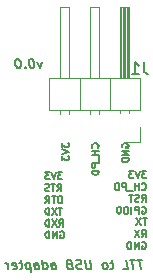
<source format=gbo>
G04 #@! TF.GenerationSoftware,KiCad,Pcbnew,(5.1.9)-1*
G04 #@! TF.CreationDate,2021-07-08T10:46:36+02:00*
G04 #@! TF.ProjectId,ttl_to_usb_adapter,74746c5f-746f-45f7-9573-625f61646170,v0.0*
G04 #@! TF.SameCoordinates,Original*
G04 #@! TF.FileFunction,Legend,Bot*
G04 #@! TF.FilePolarity,Positive*
%FSLAX46Y46*%
G04 Gerber Fmt 4.6, Leading zero omitted, Abs format (unit mm)*
G04 Created by KiCad (PCBNEW (5.1.9)-1) date 2021-07-08 10:46:36*
%MOMM*%
%LPD*%
G01*
G04 APERTURE LIST*
%ADD10C,0.200000*%
%ADD11C,0.150000*%
%ADD12C,0.120000*%
G04 APERTURE END LIST*
D10*
X157684285Y-86928571D02*
X157560476Y-87461904D01*
X157303333Y-86928571D01*
X156812857Y-86661904D02*
X156736666Y-86661904D01*
X156665238Y-86700000D01*
X156631904Y-86738095D01*
X156603333Y-86814285D01*
X156584285Y-86966666D01*
X156608095Y-87157142D01*
X156665238Y-87309523D01*
X156712857Y-87385714D01*
X156755714Y-87423809D01*
X156836666Y-87461904D01*
X156912857Y-87461904D01*
X156984285Y-87423809D01*
X157017619Y-87385714D01*
X157046190Y-87309523D01*
X157065238Y-87157142D01*
X157041428Y-86966666D01*
X156984285Y-86814285D01*
X156936666Y-86738095D01*
X156893809Y-86700000D01*
X156812857Y-86661904D01*
X156293809Y-87385714D02*
X156260476Y-87423809D01*
X156303333Y-87461904D01*
X156336666Y-87423809D01*
X156293809Y-87385714D01*
X156303333Y-87461904D01*
X155670000Y-86661904D02*
X155593809Y-86661904D01*
X155522380Y-86700000D01*
X155489047Y-86738095D01*
X155460476Y-86814285D01*
X155441428Y-86966666D01*
X155465238Y-87157142D01*
X155522380Y-87309523D01*
X155570000Y-87385714D01*
X155612857Y-87423809D01*
X155693809Y-87461904D01*
X155770000Y-87461904D01*
X155841428Y-87423809D01*
X155874761Y-87385714D01*
X155903333Y-87309523D01*
X155922380Y-87157142D01*
X155898571Y-86966666D01*
X155841428Y-86814285D01*
X155793809Y-86738095D01*
X155750952Y-86700000D01*
X155670000Y-86661904D01*
X166189047Y-103661904D02*
X165731904Y-103661904D01*
X166060476Y-104461904D02*
X165960476Y-103661904D01*
X165579523Y-103661904D02*
X165122380Y-103661904D01*
X165450952Y-104461904D02*
X165350952Y-103661904D01*
X164574761Y-104461904D02*
X164955714Y-104461904D01*
X164855714Y-103661904D01*
X163746190Y-103928571D02*
X163441428Y-103928571D01*
X163598571Y-103661904D02*
X163684285Y-104347619D01*
X163655714Y-104423809D01*
X163584285Y-104461904D01*
X163508095Y-104461904D01*
X163127142Y-104461904D02*
X163198571Y-104423809D01*
X163231904Y-104385714D01*
X163260476Y-104309523D01*
X163231904Y-104080952D01*
X163184285Y-104004761D01*
X163141428Y-103966666D01*
X163060476Y-103928571D01*
X162946190Y-103928571D01*
X162874761Y-103966666D01*
X162841428Y-104004761D01*
X162812857Y-104080952D01*
X162841428Y-104309523D01*
X162889047Y-104385714D01*
X162931904Y-104423809D01*
X163012857Y-104461904D01*
X163127142Y-104461904D01*
X161808095Y-103661904D02*
X161889047Y-104309523D01*
X161860476Y-104385714D01*
X161827142Y-104423809D01*
X161755714Y-104461904D01*
X161603333Y-104461904D01*
X161522380Y-104423809D01*
X161479523Y-104385714D01*
X161431904Y-104309523D01*
X161350952Y-103661904D01*
X161103333Y-104423809D02*
X160993809Y-104461904D01*
X160803333Y-104461904D01*
X160722380Y-104423809D01*
X160679523Y-104385714D01*
X160631904Y-104309523D01*
X160622380Y-104233333D01*
X160650952Y-104157142D01*
X160684285Y-104119047D01*
X160755714Y-104080952D01*
X160903333Y-104042857D01*
X160974761Y-104004761D01*
X161008095Y-103966666D01*
X161036666Y-103890476D01*
X161027142Y-103814285D01*
X160979523Y-103738095D01*
X160936666Y-103700000D01*
X160855714Y-103661904D01*
X160665238Y-103661904D01*
X160555714Y-103700000D01*
X159989047Y-104042857D02*
X159879523Y-104080952D01*
X159846190Y-104119047D01*
X159817619Y-104195238D01*
X159831904Y-104309523D01*
X159879523Y-104385714D01*
X159922380Y-104423809D01*
X160003333Y-104461904D01*
X160308095Y-104461904D01*
X160208095Y-103661904D01*
X159941428Y-103661904D01*
X159870000Y-103700000D01*
X159836666Y-103738095D01*
X159808095Y-103814285D01*
X159817619Y-103890476D01*
X159865238Y-103966666D01*
X159908095Y-104004761D01*
X159989047Y-104042857D01*
X160255714Y-104042857D01*
X158555714Y-104461904D02*
X158503333Y-104042857D01*
X158531904Y-103966666D01*
X158603333Y-103928571D01*
X158755714Y-103928571D01*
X158836666Y-103966666D01*
X158550952Y-104423809D02*
X158631904Y-104461904D01*
X158822380Y-104461904D01*
X158893809Y-104423809D01*
X158922380Y-104347619D01*
X158912857Y-104271428D01*
X158865238Y-104195238D01*
X158784285Y-104157142D01*
X158593809Y-104157142D01*
X158512857Y-104119047D01*
X157831904Y-104461904D02*
X157731904Y-103661904D01*
X157827142Y-104423809D02*
X157908095Y-104461904D01*
X158060476Y-104461904D01*
X158131904Y-104423809D01*
X158165238Y-104385714D01*
X158193809Y-104309523D01*
X158165238Y-104080952D01*
X158117619Y-104004761D01*
X158074761Y-103966666D01*
X157993809Y-103928571D01*
X157841428Y-103928571D01*
X157770000Y-103966666D01*
X157108095Y-104461904D02*
X157055714Y-104042857D01*
X157084285Y-103966666D01*
X157155714Y-103928571D01*
X157308095Y-103928571D01*
X157389047Y-103966666D01*
X157103333Y-104423809D02*
X157184285Y-104461904D01*
X157374761Y-104461904D01*
X157446190Y-104423809D01*
X157474761Y-104347619D01*
X157465238Y-104271428D01*
X157417619Y-104195238D01*
X157336666Y-104157142D01*
X157146190Y-104157142D01*
X157065238Y-104119047D01*
X156660476Y-103928571D02*
X156760476Y-104728571D01*
X156665238Y-103966666D02*
X156584285Y-103928571D01*
X156431904Y-103928571D01*
X156360476Y-103966666D01*
X156327142Y-104004761D01*
X156298571Y-104080952D01*
X156327142Y-104309523D01*
X156374761Y-104385714D01*
X156417619Y-104423809D01*
X156498571Y-104461904D01*
X156650952Y-104461904D01*
X156722380Y-104423809D01*
X156050952Y-103928571D02*
X155746190Y-103928571D01*
X155903333Y-103661904D02*
X155989047Y-104347619D01*
X155960476Y-104423809D01*
X155889047Y-104461904D01*
X155812857Y-104461904D01*
X155236666Y-104423809D02*
X155317619Y-104461904D01*
X155470000Y-104461904D01*
X155541428Y-104423809D01*
X155570000Y-104347619D01*
X155531904Y-104042857D01*
X155484285Y-103966666D01*
X155403333Y-103928571D01*
X155250952Y-103928571D01*
X155179523Y-103966666D01*
X155150952Y-104042857D01*
X155160476Y-104119047D01*
X155550952Y-104195238D01*
X154860476Y-104461904D02*
X154793809Y-103928571D01*
X154812857Y-104080952D02*
X154765238Y-104004761D01*
X154722380Y-103966666D01*
X154641428Y-103928571D01*
X154565238Y-103928571D01*
D11*
X166173930Y-102200000D02*
X166231073Y-102171428D01*
X166316787Y-102171428D01*
X166402501Y-102200000D01*
X166459644Y-102257142D01*
X166488215Y-102314285D01*
X166516787Y-102428571D01*
X166516787Y-102514285D01*
X166488215Y-102628571D01*
X166459644Y-102685714D01*
X166402501Y-102742857D01*
X166316787Y-102771428D01*
X166259644Y-102771428D01*
X166173930Y-102742857D01*
X166145358Y-102714285D01*
X166145358Y-102514285D01*
X166259644Y-102514285D01*
X165888215Y-102771428D02*
X165888215Y-102171428D01*
X165545358Y-102771428D01*
X165545358Y-102171428D01*
X165259644Y-102771428D02*
X165259644Y-102171428D01*
X165116787Y-102171428D01*
X165031073Y-102200000D01*
X164973930Y-102257142D01*
X164945358Y-102314285D01*
X164916787Y-102428571D01*
X164916787Y-102514285D01*
X164945358Y-102628571D01*
X164973930Y-102685714D01*
X165031073Y-102742857D01*
X165116787Y-102771428D01*
X165259644Y-102771428D01*
X166145358Y-101771428D02*
X166345358Y-101485714D01*
X166488215Y-101771428D02*
X166488215Y-101171428D01*
X166259644Y-101171428D01*
X166202501Y-101200000D01*
X166173930Y-101228571D01*
X166145358Y-101285714D01*
X166145358Y-101371428D01*
X166173930Y-101428571D01*
X166202501Y-101457142D01*
X166259644Y-101485714D01*
X166488215Y-101485714D01*
X165945358Y-101171428D02*
X165545358Y-101771428D01*
X165545358Y-101171428D02*
X165945358Y-101771428D01*
X166573930Y-100171428D02*
X166231073Y-100171428D01*
X166402501Y-100771428D02*
X166402501Y-100171428D01*
X166088215Y-100171428D02*
X165688215Y-100771428D01*
X165688215Y-100171428D02*
X166088215Y-100771428D01*
X166145358Y-97714285D02*
X166173930Y-97742857D01*
X166259644Y-97771428D01*
X166316787Y-97771428D01*
X166402501Y-97742857D01*
X166459644Y-97685714D01*
X166488215Y-97628571D01*
X166516787Y-97514285D01*
X166516787Y-97428571D01*
X166488215Y-97314285D01*
X166459644Y-97257142D01*
X166402501Y-97200000D01*
X166316787Y-97171428D01*
X166259644Y-97171428D01*
X166173930Y-97200000D01*
X166145358Y-97228571D01*
X165888215Y-97771428D02*
X165888215Y-97171428D01*
X165888215Y-97457142D02*
X165545358Y-97457142D01*
X165545358Y-97771428D02*
X165545358Y-97171428D01*
X165402501Y-97828571D02*
X164945358Y-97828571D01*
X164802501Y-97771428D02*
X164802501Y-97171428D01*
X164573930Y-97171428D01*
X164516787Y-97200000D01*
X164488215Y-97228571D01*
X164459644Y-97285714D01*
X164459644Y-97371428D01*
X164488215Y-97428571D01*
X164516787Y-97457142D01*
X164573930Y-97485714D01*
X164802501Y-97485714D01*
X164202501Y-97771428D02*
X164202501Y-97171428D01*
X164059644Y-97171428D01*
X163973930Y-97200000D01*
X163916787Y-97257142D01*
X163888215Y-97314285D01*
X163859644Y-97428571D01*
X163859644Y-97514285D01*
X163888215Y-97628571D01*
X163916787Y-97685714D01*
X163973930Y-97742857D01*
X164059644Y-97771428D01*
X164202501Y-97771428D01*
X166545358Y-96171428D02*
X166173930Y-96171428D01*
X166373930Y-96400000D01*
X166288215Y-96400000D01*
X166231073Y-96428571D01*
X166202501Y-96457142D01*
X166173930Y-96514285D01*
X166173930Y-96657142D01*
X166202501Y-96714285D01*
X166231073Y-96742857D01*
X166288215Y-96771428D01*
X166459644Y-96771428D01*
X166516787Y-96742857D01*
X166545358Y-96714285D01*
X166002501Y-96171428D02*
X165802501Y-96771428D01*
X165602501Y-96171428D01*
X165459644Y-96171428D02*
X165088215Y-96171428D01*
X165288215Y-96400000D01*
X165202501Y-96400000D01*
X165145358Y-96428571D01*
X165116787Y-96457142D01*
X165088215Y-96514285D01*
X165088215Y-96657142D01*
X165116787Y-96714285D01*
X165145358Y-96742857D01*
X165202501Y-96771428D01*
X165373930Y-96771428D01*
X165431073Y-96742857D01*
X165459644Y-96714285D01*
X166173930Y-99200000D02*
X166231073Y-99171428D01*
X166316787Y-99171428D01*
X166402501Y-99200000D01*
X166459644Y-99257142D01*
X166488215Y-99314285D01*
X166516787Y-99428571D01*
X166516787Y-99514285D01*
X166488215Y-99628571D01*
X166459644Y-99685714D01*
X166402501Y-99742857D01*
X166316787Y-99771428D01*
X166259644Y-99771428D01*
X166173930Y-99742857D01*
X166145358Y-99714285D01*
X166145358Y-99514285D01*
X166259644Y-99514285D01*
X165888215Y-99771428D02*
X165888215Y-99171428D01*
X165659644Y-99171428D01*
X165602501Y-99200000D01*
X165573930Y-99228571D01*
X165545358Y-99285714D01*
X165545358Y-99371428D01*
X165573930Y-99428571D01*
X165602501Y-99457142D01*
X165659644Y-99485714D01*
X165888215Y-99485714D01*
X165288215Y-99771428D02*
X165288215Y-99171428D01*
X164888215Y-99171428D02*
X164773930Y-99171428D01*
X164716787Y-99200000D01*
X164659644Y-99257142D01*
X164631073Y-99371428D01*
X164631073Y-99571428D01*
X164659644Y-99685714D01*
X164716787Y-99742857D01*
X164773930Y-99771428D01*
X164888215Y-99771428D01*
X164945358Y-99742857D01*
X165002501Y-99685714D01*
X165031073Y-99571428D01*
X165031073Y-99371428D01*
X165002501Y-99257142D01*
X164945358Y-99200000D01*
X164888215Y-99171428D01*
X164259644Y-99171428D02*
X164202501Y-99171428D01*
X164145358Y-99200000D01*
X164116787Y-99228571D01*
X164088215Y-99285714D01*
X164059644Y-99400000D01*
X164059644Y-99542857D01*
X164088215Y-99657142D01*
X164116787Y-99714285D01*
X164145358Y-99742857D01*
X164202501Y-99771428D01*
X164259644Y-99771428D01*
X164316787Y-99742857D01*
X164345358Y-99714285D01*
X164373930Y-99657142D01*
X164402501Y-99542857D01*
X164402501Y-99400000D01*
X164373930Y-99285714D01*
X164345358Y-99228571D01*
X164316787Y-99200000D01*
X164259644Y-99171428D01*
X166145358Y-98771428D02*
X166345358Y-98485714D01*
X166488215Y-98771428D02*
X166488215Y-98171428D01*
X166259644Y-98171428D01*
X166202501Y-98200000D01*
X166173930Y-98228571D01*
X166145358Y-98285714D01*
X166145358Y-98371428D01*
X166173930Y-98428571D01*
X166202501Y-98457142D01*
X166259644Y-98485714D01*
X166488215Y-98485714D01*
X165916787Y-98742857D02*
X165831073Y-98771428D01*
X165688215Y-98771428D01*
X165631073Y-98742857D01*
X165602501Y-98714285D01*
X165573930Y-98657142D01*
X165573930Y-98600000D01*
X165602501Y-98542857D01*
X165631073Y-98514285D01*
X165688215Y-98485714D01*
X165802501Y-98457142D01*
X165859644Y-98428571D01*
X165888215Y-98400000D01*
X165916787Y-98342857D01*
X165916787Y-98285714D01*
X165888215Y-98228571D01*
X165859644Y-98200000D01*
X165802501Y-98171428D01*
X165659644Y-98171428D01*
X165573930Y-98200000D01*
X165402501Y-98171428D02*
X165059644Y-98171428D01*
X165231073Y-98771428D02*
X165231073Y-98171428D01*
X159245358Y-101300000D02*
X159302501Y-101271428D01*
X159388215Y-101271428D01*
X159473929Y-101300000D01*
X159531072Y-101357142D01*
X159559643Y-101414285D01*
X159588215Y-101528571D01*
X159588215Y-101614285D01*
X159559643Y-101728571D01*
X159531072Y-101785714D01*
X159473929Y-101842857D01*
X159388215Y-101871428D01*
X159331072Y-101871428D01*
X159245358Y-101842857D01*
X159216786Y-101814285D01*
X159216786Y-101614285D01*
X159331072Y-101614285D01*
X158959643Y-101871428D02*
X158959643Y-101271428D01*
X158616786Y-101871428D01*
X158616786Y-101271428D01*
X158331072Y-101871428D02*
X158331072Y-101271428D01*
X158188215Y-101271428D01*
X158102501Y-101300000D01*
X158045358Y-101357142D01*
X158016786Y-101414285D01*
X157988215Y-101528571D01*
X157988215Y-101614285D01*
X158016786Y-101728571D01*
X158045358Y-101785714D01*
X158102501Y-101842857D01*
X158188215Y-101871428D01*
X158331072Y-101871428D01*
X159159644Y-100871428D02*
X159359644Y-100585714D01*
X159502501Y-100871428D02*
X159502501Y-100271428D01*
X159273930Y-100271428D01*
X159216787Y-100300000D01*
X159188216Y-100328571D01*
X159159644Y-100385714D01*
X159159644Y-100471428D01*
X159188216Y-100528571D01*
X159216787Y-100557142D01*
X159273930Y-100585714D01*
X159502501Y-100585714D01*
X158959644Y-100271428D02*
X158559644Y-100871428D01*
X158559644Y-100271428D02*
X158959644Y-100871428D01*
X158331073Y-100871428D02*
X158331073Y-100271428D01*
X158188216Y-100271428D01*
X158102501Y-100300000D01*
X158045359Y-100357142D01*
X158016787Y-100414285D01*
X157988216Y-100528571D01*
X157988216Y-100614285D01*
X158016787Y-100728571D01*
X158045359Y-100785714D01*
X158102501Y-100842857D01*
X158188216Y-100871428D01*
X158331073Y-100871428D01*
X159445358Y-99271428D02*
X159102501Y-99271428D01*
X159273929Y-99871428D02*
X159273929Y-99271428D01*
X158959643Y-99271428D02*
X158559643Y-99871428D01*
X158559643Y-99271428D02*
X158959643Y-99871428D01*
X158331072Y-99871428D02*
X158331072Y-99271428D01*
X158188215Y-99271428D01*
X158102501Y-99300000D01*
X158045358Y-99357142D01*
X158016786Y-99414285D01*
X157988215Y-99528571D01*
X157988215Y-99614285D01*
X158016786Y-99728571D01*
X158045358Y-99785714D01*
X158102501Y-99842857D01*
X158188215Y-99871428D01*
X158331072Y-99871428D01*
X159388215Y-98871428D02*
X159388215Y-98271428D01*
X159245358Y-98271428D01*
X159159644Y-98300000D01*
X159102501Y-98357142D01*
X159073930Y-98414285D01*
X159045358Y-98528571D01*
X159045358Y-98614285D01*
X159073930Y-98728571D01*
X159102501Y-98785714D01*
X159159644Y-98842857D01*
X159245358Y-98871428D01*
X159388215Y-98871428D01*
X158873930Y-98271428D02*
X158531073Y-98271428D01*
X158702501Y-98871428D02*
X158702501Y-98271428D01*
X157988215Y-98871428D02*
X158188215Y-98585714D01*
X158331073Y-98871428D02*
X158331073Y-98271428D01*
X158102501Y-98271428D01*
X158045358Y-98300000D01*
X158016787Y-98328571D01*
X157988215Y-98385714D01*
X157988215Y-98471428D01*
X158016787Y-98528571D01*
X158045358Y-98557142D01*
X158102501Y-98585714D01*
X158331073Y-98585714D01*
X159016786Y-97871428D02*
X159216786Y-97585714D01*
X159359643Y-97871428D02*
X159359643Y-97271428D01*
X159131072Y-97271428D01*
X159073929Y-97300000D01*
X159045358Y-97328571D01*
X159016786Y-97385714D01*
X159016786Y-97471428D01*
X159045358Y-97528571D01*
X159073929Y-97557142D01*
X159131072Y-97585714D01*
X159359643Y-97585714D01*
X158845358Y-97271428D02*
X158502501Y-97271428D01*
X158673929Y-97871428D02*
X158673929Y-97271428D01*
X158331072Y-97842857D02*
X158245358Y-97871428D01*
X158102501Y-97871428D01*
X158045358Y-97842857D01*
X158016786Y-97814285D01*
X157988215Y-97757142D01*
X157988215Y-97700000D01*
X158016786Y-97642857D01*
X158045358Y-97614285D01*
X158102501Y-97585714D01*
X158216786Y-97557142D01*
X158273929Y-97528571D01*
X158302501Y-97500000D01*
X158331072Y-97442857D01*
X158331072Y-97385714D01*
X158302501Y-97328571D01*
X158273929Y-97300000D01*
X158216786Y-97271428D01*
X158073929Y-97271428D01*
X157988215Y-97300000D01*
X159445358Y-96271428D02*
X159073930Y-96271428D01*
X159273930Y-96500000D01*
X159188215Y-96500000D01*
X159131073Y-96528571D01*
X159102501Y-96557142D01*
X159073930Y-96614285D01*
X159073930Y-96757142D01*
X159102501Y-96814285D01*
X159131073Y-96842857D01*
X159188215Y-96871428D01*
X159359644Y-96871428D01*
X159416787Y-96842857D01*
X159445358Y-96814285D01*
X158902501Y-96271428D02*
X158702501Y-96871428D01*
X158502501Y-96271428D01*
X158359644Y-96271428D02*
X157988215Y-96271428D01*
X158188215Y-96500000D01*
X158102501Y-96500000D01*
X158045358Y-96528571D01*
X158016787Y-96557142D01*
X157988215Y-96614285D01*
X157988215Y-96757142D01*
X158016787Y-96814285D01*
X158045358Y-96842857D01*
X158102501Y-96871428D01*
X158273930Y-96871428D01*
X158331073Y-96842857D01*
X158359644Y-96814285D01*
X164480000Y-94154642D02*
X164451428Y-94097500D01*
X164451428Y-94011785D01*
X164480000Y-93926071D01*
X164537142Y-93868928D01*
X164594285Y-93840357D01*
X164708571Y-93811785D01*
X164794285Y-93811785D01*
X164908571Y-93840357D01*
X164965714Y-93868928D01*
X165022857Y-93926071D01*
X165051428Y-94011785D01*
X165051428Y-94068928D01*
X165022857Y-94154642D01*
X164994285Y-94183214D01*
X164794285Y-94183214D01*
X164794285Y-94068928D01*
X165051428Y-94440357D02*
X164451428Y-94440357D01*
X165051428Y-94783214D01*
X164451428Y-94783214D01*
X165051428Y-95068928D02*
X164451428Y-95068928D01*
X164451428Y-95211785D01*
X164480000Y-95297500D01*
X164537142Y-95354642D01*
X164594285Y-95383214D01*
X164708571Y-95411785D01*
X164794285Y-95411785D01*
X164908571Y-95383214D01*
X164965714Y-95354642D01*
X165022857Y-95297500D01*
X165051428Y-95211785D01*
X165051428Y-95068928D01*
X162454285Y-94183214D02*
X162482857Y-94154642D01*
X162511428Y-94068928D01*
X162511428Y-94011785D01*
X162482857Y-93926071D01*
X162425714Y-93868928D01*
X162368571Y-93840357D01*
X162254285Y-93811785D01*
X162168571Y-93811785D01*
X162054285Y-93840357D01*
X161997142Y-93868928D01*
X161940000Y-93926071D01*
X161911428Y-94011785D01*
X161911428Y-94068928D01*
X161940000Y-94154642D01*
X161968571Y-94183214D01*
X162511428Y-94440357D02*
X161911428Y-94440357D01*
X162197142Y-94440357D02*
X162197142Y-94783214D01*
X162511428Y-94783214D02*
X161911428Y-94783214D01*
X162568571Y-94926071D02*
X162568571Y-95383214D01*
X162511428Y-95526071D02*
X161911428Y-95526071D01*
X161911428Y-95754642D01*
X161940000Y-95811785D01*
X161968571Y-95840357D01*
X162025714Y-95868928D01*
X162111428Y-95868928D01*
X162168571Y-95840357D01*
X162197142Y-95811785D01*
X162225714Y-95754642D01*
X162225714Y-95526071D01*
X162511428Y-96126071D02*
X161911428Y-96126071D01*
X161911428Y-96268928D01*
X161940000Y-96354642D01*
X161997142Y-96411785D01*
X162054285Y-96440357D01*
X162168571Y-96468928D01*
X162254285Y-96468928D01*
X162368571Y-96440357D01*
X162425714Y-96411785D01*
X162482857Y-96354642D01*
X162511428Y-96268928D01*
X162511428Y-96126071D01*
X159371428Y-93783214D02*
X159371428Y-94154642D01*
X159600000Y-93954642D01*
X159600000Y-94040357D01*
X159628571Y-94097500D01*
X159657142Y-94126071D01*
X159714285Y-94154642D01*
X159857142Y-94154642D01*
X159914285Y-94126071D01*
X159942857Y-94097500D01*
X159971428Y-94040357D01*
X159971428Y-93868928D01*
X159942857Y-93811785D01*
X159914285Y-93783214D01*
X159371428Y-94326071D02*
X159971428Y-94526071D01*
X159371428Y-94726071D01*
X159371428Y-94868928D02*
X159371428Y-95240357D01*
X159600000Y-95040357D01*
X159600000Y-95126071D01*
X159628571Y-95183214D01*
X159657142Y-95211785D01*
X159714285Y-95240357D01*
X159857142Y-95240357D01*
X159914285Y-95211785D01*
X159942857Y-95183214D01*
X159971428Y-95126071D01*
X159971428Y-94954642D01*
X159942857Y-94897500D01*
X159914285Y-94868928D01*
D12*
X166030000Y-90960000D02*
X158290000Y-90960000D01*
X158290000Y-90960000D02*
X158290000Y-88300000D01*
X158290000Y-88300000D02*
X166030000Y-88300000D01*
X166030000Y-88300000D02*
X166030000Y-90960000D01*
X165080000Y-88300000D02*
X165080000Y-82300000D01*
X165080000Y-82300000D02*
X164320000Y-82300000D01*
X164320000Y-82300000D02*
X164320000Y-88300000D01*
X165020000Y-88300000D02*
X165020000Y-82300000D01*
X164900000Y-88300000D02*
X164900000Y-82300000D01*
X164780000Y-88300000D02*
X164780000Y-82300000D01*
X164660000Y-88300000D02*
X164660000Y-82300000D01*
X164540000Y-88300000D02*
X164540000Y-82300000D01*
X164420000Y-88300000D02*
X164420000Y-82300000D01*
X165080000Y-91290000D02*
X165080000Y-90960000D01*
X164320000Y-91290000D02*
X164320000Y-90960000D01*
X163430000Y-90960000D02*
X163430000Y-88300000D01*
X162540000Y-88300000D02*
X162540000Y-82300000D01*
X162540000Y-82300000D02*
X161780000Y-82300000D01*
X161780000Y-82300000D02*
X161780000Y-88300000D01*
X162540000Y-91357071D02*
X162540000Y-90960000D01*
X161780000Y-91357071D02*
X161780000Y-90960000D01*
X160890000Y-90960000D02*
X160890000Y-88300000D01*
X160000000Y-88300000D02*
X160000000Y-82300000D01*
X160000000Y-82300000D02*
X159240000Y-82300000D01*
X159240000Y-82300000D02*
X159240000Y-88300000D01*
X160000000Y-91357071D02*
X160000000Y-90960000D01*
X159240000Y-91357071D02*
X159240000Y-90960000D01*
X164700000Y-93670000D02*
X165970000Y-93670000D01*
X165970000Y-93670000D02*
X165970000Y-92400000D01*
D11*
X166333333Y-86952380D02*
X166333333Y-87666666D01*
X166380952Y-87809523D01*
X166476190Y-87904761D01*
X166619047Y-87952380D01*
X166714285Y-87952380D01*
X165333333Y-87952380D02*
X165904761Y-87952380D01*
X165619047Y-87952380D02*
X165619047Y-86952380D01*
X165714285Y-87095238D01*
X165809523Y-87190476D01*
X165904761Y-87238095D01*
M02*

</source>
